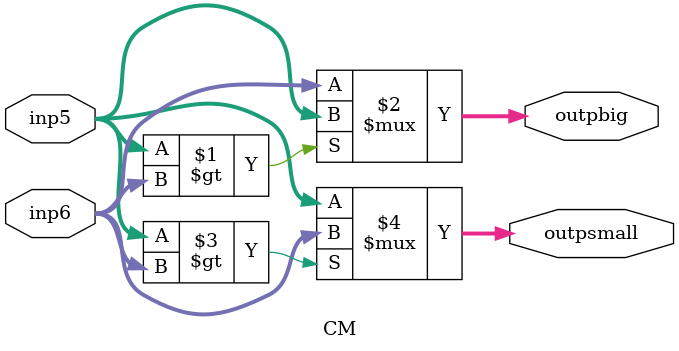
<source format=v>
module CC(
  // Input signals
    opt,
    in_n0, in_n1, in_n2, in_n3, in_n4,  
  // Output signals
    out_n
);

//================================================================
//   INPUT AND OUTPUT DECLARATION                         
//================================================================
input wire [3:0] in_n0, in_n1, in_n2, in_n3, in_n4;
input wire [2:0] opt;
output reg [9:0] out_n;         					

//================================================================
//    Wire & Registers 
//================================================================
// Declare the wire/reg you would use in your circuit
// remember 
// wire for port connection and cont. assignment
// reg for proc. assignment
wire signed [9:0] reg_in_n [4:0];
reg  signed [9:0] tmp;

wire signed [9:0] a1, a2, a3, a4;
wire signed [9:0] b1, b2, b3, b4;
wire signed [9:0] l1, l2;
reg signed [9:0] s0, s1, s2, s3, s4;

wire signed [9:0] a, b, c, d, e;


reg  signed [9:0] n0, n1, n2, n3, n4;
reg  signed [9:0] regn0, regn1, regn2, regn3, regn4;

wire signed [9:0] n0_1, n2_3, no_4;
wire signed [9:0] n3_3;
wire signed [9:0] n0_4;


wire signed [9:0] normal;
wire signed [9:0] normal1;
 
reg  signed [9:0] avg;
wire signed [9:0] avg1;
 
integer i, j;
//================================================================
//    DESIGN
//================================================================
CM C1 (.inp5(reg_in_n [0]), .inp6(reg_in_n [1]), .outpbig(a1), .outpsmall(a2));
CM C2 (.inp5(reg_in_n [2]), .inp6(reg_in_n [3]), .outpbig(a3), .outpsmall(a4));

CM C3 (.inp5(a1), .inp6(a3), .outpbig(b1), .outpsmall(b2));
CM C4 (.inp5(a2), .inp6(a4), .outpbig(b3), .outpsmall(b4));

CM C5 (.inp5(b2), .inp6(b3), .outpbig(l1), .outpsmall(l2));
//DO NORMALIZATION
AD N1 (.inp1(regn0), .inp2(-normal), .outp(a));
AD N2 (.inp1(regn1), .inp2(-normal), .outp(b));
AD N3 (.inp1(regn2), .inp2(-normal), .outp(c));
AD N4 (.inp1(regn3), .inp2(-normal), .outp(d));
AD N5 (.inp1(regn4), .inp2(-normal), .outp(e));
// calculation
//n3*3
AD U6 (.inp1(n3 <<< 1), .inp2(n3), .outp(n3_3));
MU M1 (.inp3(n0), .inp4(n4), .outp1(n0_4));
// put data in reg
assign reg_in_n[0] = {4'b0,in_n0} ;
assign reg_in_n[1] = {4'b0,in_n1} ;
assign reg_in_n[2] = {4'b0,in_n2} ;
assign reg_in_n[3] = {4'b0,in_n3} ;
assign reg_in_n[4] = {4'b0,in_n4} ;
// sort
always @(*) begin
  if (reg_in_n [4] < b4) begin
    s0 = b1;
    s1 = l1;
    s2 = l2;
    s3 = b4;
    s4 = reg_in_n [4];
  end
  else if (reg_in_n [4] < l2) begin
    s0 = b1;
    s1 = l1;
    s2 = l2;
    s3 = reg_in_n [4];
    s4 = b4;
  end
  else if (reg_in_n [4] < l1) begin
    s0 = b1;
    s1 = l1;
    s2 = reg_in_n [4];
    s3 = l2;
    s4 = b4;
  end
  else if (reg_in_n [4] < b1) begin
    s0 = b1;
    s1 = reg_in_n [4];
    s2 = l1;
    s3 = l2;
    s4 = b4;
  end
  else begin
    s0 = reg_in_n [4];
    s1 = b1;
    s2 = l1;
    s3 = l2;
    s4 = b4;
  end
  case (opt[1])
  1'b1 : begin
    regn0 = s0 ;
    regn1 = s1 ;
    regn2 = s2 ;
    regn3 = s3 ;
    regn4 = s4 ;
  end
  default : begin
    regn0 = s4 ;
    regn1 = s3 ;
    regn2 = s2 ;
    regn3 = s1 ;
    regn4 = s0 ;
  end
  endcase
end
// normalization
// calculate normalize number
AD U1 (.inp1(regn0), .inp2(regn4), .outp(normal1));
assign normal = (normal1)/2;
always @(*) begin
  case (opt[0])
  1'b1 : begin
    n0 = a;
    n1 = b;
    n2 = c;
    n3 = d;
    n4 = e;
  end
  
  default : begin
    n0 = regn0;
    n1 = regn1;
    n2 = regn2;
    n3 = regn3;
    n4 = regn4;
  end
  endcase
end
//OUT PUT THE ANS.
always @(*) begin
avg = (n0 + n1 + n2 + n3 + n4)/5;
  case(opt[2])
    1'b1: begin
      out_n = ((n3_3) > (n0_4)) ? ((n3_3) - (n0_4)) : (-((n3_3) - (n0_4)));
    end
    default: begin
      out_n = (n0 + (n1 * n2) + (avg * n3))/3;
    end
  endcase
end
// --------------------------------------------------
// write your design here
// --------------------------------------------------
endmodule
// sub module to adder
module AD (inp1, inp2, outp);
  input wire signed [9:0] inp1, inp2;
  output wire signed [9:0] outp;
  
  assign outp = inp1 + inp2;
endmodule
// sub module to multi
module MU (inp3, inp4, outp1);
  input wire signed [9:0] inp3, inp4;
  output wire signed [9:0] outp1;
  
  assign outp1 = inp3 * inp4;
endmodule
// sub module to compare
module CM (inp5, inp6, outpbig, outpsmall);
  input  wire signed [9:0] inp5, inp6;
  output wire signed [9:0] outpbig, outpsmall;

  assign outpbig = (inp5 > inp6) ? inp5 : inp6 ;
  assign outpsmall = (inp5 > inp6) ? inp6 : inp5 ;
endmodule

</source>
